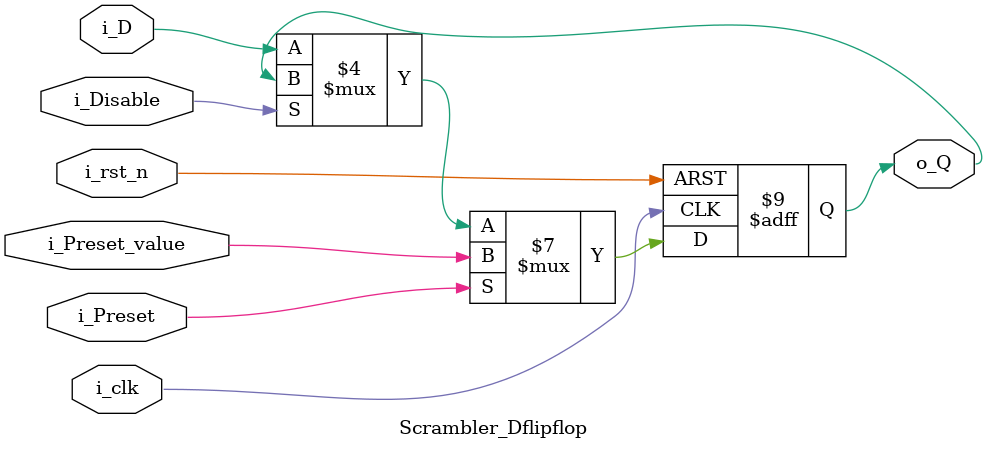
<source format=sv>
/*
Project        : NB_IoT uplink transmitter
Standard doc.  : 
Module name    : Scrambler
Dependancy     :
Design doc.    : 
References     : 
Description    :
Owner          : Mariam Ahmed
*/
module Scrambler_Dflipflop(
input logic	 i_D,
input logic	 i_rst_n,
input logic	 i_clk,
input logic	 i_Preset,
input logic	 i_Preset_value,
input logic  i_Disable,
output logic o_Q
);

always_ff@ (posedge i_clk or negedge i_rst_n ) begin
if (!i_rst_n)
     o_Q<=0;
else if(i_Preset)
	  o_Q<=i_Preset_value;
else if(i_Disable)
	  o_Q<=o_Q;
else
     o_Q<=i_D;
 
end

endmodule

</source>
